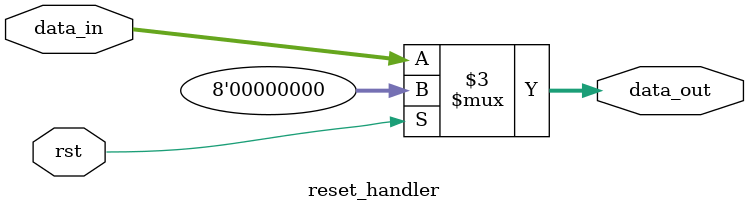
<source format=sv>
module mux_async_rst #(
    parameter WIDTH = 8
)(
    input wire rst,
    input wire sel,
    input wire [WIDTH-1:0] data_a, data_b,
    output wire [WIDTH-1:0] data_out
);
    // 内部连线
    wire [WIDTH-1:0] mux_out;
    
    // 子模块实例化
    mux_selector #(
        .WIDTH(WIDTH)
    ) u_mux_selector (
        .sel(sel),
        .data_a(data_a),
        .data_b(data_b),
        .mux_out(mux_out)
    );
    
    reset_handler #(
        .WIDTH(WIDTH)
    ) u_reset_handler (
        .rst(rst),
        .data_in(mux_out),
        .data_out(data_out)
    );
    
endmodule

// 多路选择器子模块
module mux_selector #(
    parameter WIDTH = 8
)(
    input wire sel,
    input wire [WIDTH-1:0] data_a, data_b,
    output reg [WIDTH-1:0] mux_out
);
    always @(*) begin
        if (sel) begin
            mux_out = data_a;
        end else begin
            mux_out = data_b;
        end
    end
endmodule

// 复位处理子模块
module reset_handler #(
    parameter WIDTH = 8
)(
    input wire rst,
    input wire [WIDTH-1:0] data_in,
    output reg [WIDTH-1:0] data_out
);
    always @(*) begin
        if (rst) begin
            data_out = {WIDTH{1'b0}};
        end else begin
            data_out = data_in;
        end
    end
endmodule
</source>
